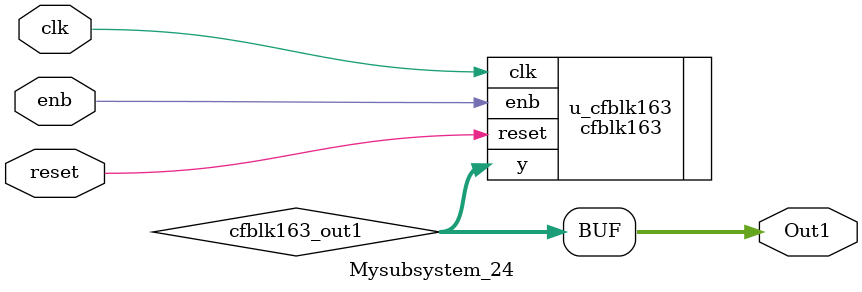
<source format=v>



`timescale 1 ns / 1 ns

module Mysubsystem_24
          (clk,
           reset,
           enb,
           Out1);


  input   clk;
  input   reset;
  input   enb;
  output  [7:0] Out1;  // uint8


  wire [7:0] cfblk163_out1;  // uint8


  cfblk163 u_cfblk163 (.clk(clk),
                       .reset(reset),
                       .enb(enb),
                       .y(cfblk163_out1)  // uint8
                       );

  assign Out1 = cfblk163_out1;

endmodule  // Mysubsystem_24


</source>
